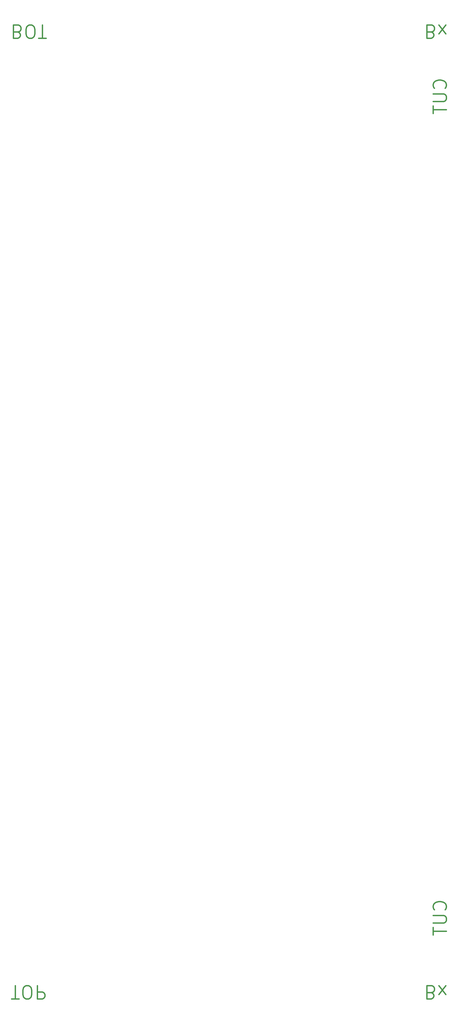
<source format=gbr>
%TF.GenerationSoftware,KiCad,Pcbnew,7.0.1-3b83917a11~172~ubuntu22.04.1*%
%TF.CreationDate,2023-12-10T13:38:52-05:00*%
%TF.ProjectId,coil_template_second,636f696c-5f74-4656-9d70-6c6174655f73,rev?*%
%TF.SameCoordinates,Original*%
%TF.FileFunction,Legend,Bot*%
%TF.FilePolarity,Positive*%
%FSLAX46Y46*%
G04 Gerber Fmt 4.6, Leading zero omitted, Abs format (unit mm)*
G04 Created by KiCad (PCBNEW 7.0.1-3b83917a11~172~ubuntu22.04.1) date 2023-12-10 13:38:52*
%MOMM*%
%LPD*%
G01*
G04 APERTURE LIST*
%ADD10C,2.000000*%
G04 APERTURE END LIST*
D10*
X711428571Y-31223809D02*
X714285714Y-30271428D01*
X714285714Y-30271428D02*
X715238095Y-29319047D01*
X715238095Y-29319047D02*
X716190476Y-27414285D01*
X716190476Y-27414285D02*
X716190476Y-24557142D01*
X716190476Y-24557142D02*
X715238095Y-22652380D01*
X715238095Y-22652380D02*
X714285714Y-21700000D01*
X714285714Y-21700000D02*
X712380952Y-20747619D01*
X712380952Y-20747619D02*
X704761904Y-20747619D01*
X704761904Y-20747619D02*
X704761904Y-40747619D01*
X704761904Y-40747619D02*
X711428571Y-40747619D01*
X711428571Y-40747619D02*
X713333333Y-39795238D01*
X713333333Y-39795238D02*
X714285714Y-38842857D01*
X714285714Y-38842857D02*
X715238095Y-36938095D01*
X715238095Y-36938095D02*
X715238095Y-35033333D01*
X715238095Y-35033333D02*
X714285714Y-33128571D01*
X714285714Y-33128571D02*
X713333333Y-32176190D01*
X713333333Y-32176190D02*
X711428571Y-31223809D01*
X711428571Y-31223809D02*
X704761904Y-31223809D01*
X722857142Y-20747619D02*
X733333333Y-34080952D01*
X722857142Y-34080952D02*
X733333333Y-20747619D01*
X76904761Y-1490747619D02*
X88333333Y-1490747619D01*
X82619047Y-1470747619D02*
X82619047Y-1490747619D01*
X98809523Y-1490747619D02*
X102619047Y-1490747619D01*
X102619047Y-1490747619D02*
X104523809Y-1489795238D01*
X104523809Y-1489795238D02*
X106428571Y-1487890476D01*
X106428571Y-1487890476D02*
X107380952Y-1484080952D01*
X107380952Y-1484080952D02*
X107380952Y-1477414285D01*
X107380952Y-1477414285D02*
X106428571Y-1473604761D01*
X106428571Y-1473604761D02*
X104523809Y-1471700000D01*
X104523809Y-1471700000D02*
X102619047Y-1470747619D01*
X102619047Y-1470747619D02*
X98809523Y-1470747619D01*
X98809523Y-1470747619D02*
X96904761Y-1471700000D01*
X96904761Y-1471700000D02*
X94999999Y-1473604761D01*
X94999999Y-1473604761D02*
X94047618Y-1477414285D01*
X94047618Y-1477414285D02*
X94047618Y-1484080952D01*
X94047618Y-1484080952D02*
X94999999Y-1487890476D01*
X94999999Y-1487890476D02*
X96904761Y-1489795238D01*
X96904761Y-1489795238D02*
X98809523Y-1490747619D01*
X115952380Y-1470747619D02*
X115952380Y-1490747619D01*
X115952380Y-1490747619D02*
X123571428Y-1490747619D01*
X123571428Y-1490747619D02*
X125476190Y-1489795238D01*
X125476190Y-1489795238D02*
X126428571Y-1488842857D01*
X126428571Y-1488842857D02*
X127380952Y-1486938095D01*
X127380952Y-1486938095D02*
X127380952Y-1484080952D01*
X127380952Y-1484080952D02*
X126428571Y-1482176190D01*
X126428571Y-1482176190D02*
X125476190Y-1481223809D01*
X125476190Y-1481223809D02*
X123571428Y-1480271428D01*
X123571428Y-1480271428D02*
X115952380Y-1480271428D01*
X732347619Y-116190476D02*
X733300000Y-115238095D01*
X733300000Y-115238095D02*
X734252380Y-112380952D01*
X734252380Y-112380952D02*
X734252380Y-110476190D01*
X734252380Y-110476190D02*
X733300000Y-107619047D01*
X733300000Y-107619047D02*
X731395238Y-105714285D01*
X731395238Y-105714285D02*
X729490476Y-104761904D01*
X729490476Y-104761904D02*
X725680952Y-103809523D01*
X725680952Y-103809523D02*
X722823809Y-103809523D01*
X722823809Y-103809523D02*
X719014285Y-104761904D01*
X719014285Y-104761904D02*
X717109523Y-105714285D01*
X717109523Y-105714285D02*
X715204761Y-107619047D01*
X715204761Y-107619047D02*
X714252380Y-110476190D01*
X714252380Y-110476190D02*
X714252380Y-112380952D01*
X714252380Y-112380952D02*
X715204761Y-115238095D01*
X715204761Y-115238095D02*
X716157142Y-116190476D01*
X714252380Y-124761904D02*
X730442857Y-124761904D01*
X730442857Y-124761904D02*
X732347619Y-125714285D01*
X732347619Y-125714285D02*
X733300000Y-126666666D01*
X733300000Y-126666666D02*
X734252380Y-128571428D01*
X734252380Y-128571428D02*
X734252380Y-132380952D01*
X734252380Y-132380952D02*
X733300000Y-134285714D01*
X733300000Y-134285714D02*
X732347619Y-135238095D01*
X732347619Y-135238095D02*
X730442857Y-136190476D01*
X730442857Y-136190476D02*
X714252380Y-136190476D01*
X714252380Y-142857142D02*
X714252380Y-154285714D01*
X734252380Y-148571428D02*
X714252380Y-148571428D01*
X86428571Y-31223809D02*
X89285714Y-30271428D01*
X89285714Y-30271428D02*
X90238095Y-29319047D01*
X90238095Y-29319047D02*
X91190476Y-27414285D01*
X91190476Y-27414285D02*
X91190476Y-24557142D01*
X91190476Y-24557142D02*
X90238095Y-22652380D01*
X90238095Y-22652380D02*
X89285714Y-21700000D01*
X89285714Y-21700000D02*
X87380952Y-20747619D01*
X87380952Y-20747619D02*
X79761904Y-20747619D01*
X79761904Y-20747619D02*
X79761904Y-40747619D01*
X79761904Y-40747619D02*
X86428571Y-40747619D01*
X86428571Y-40747619D02*
X88333333Y-39795238D01*
X88333333Y-39795238D02*
X89285714Y-38842857D01*
X89285714Y-38842857D02*
X90238095Y-36938095D01*
X90238095Y-36938095D02*
X90238095Y-35033333D01*
X90238095Y-35033333D02*
X89285714Y-33128571D01*
X89285714Y-33128571D02*
X88333333Y-32176190D01*
X88333333Y-32176190D02*
X86428571Y-31223809D01*
X86428571Y-31223809D02*
X79761904Y-31223809D01*
X103571428Y-40747619D02*
X107380952Y-40747619D01*
X107380952Y-40747619D02*
X109285714Y-39795238D01*
X109285714Y-39795238D02*
X111190476Y-37890476D01*
X111190476Y-37890476D02*
X112142857Y-34080952D01*
X112142857Y-34080952D02*
X112142857Y-27414285D01*
X112142857Y-27414285D02*
X111190476Y-23604761D01*
X111190476Y-23604761D02*
X109285714Y-21700000D01*
X109285714Y-21700000D02*
X107380952Y-20747619D01*
X107380952Y-20747619D02*
X103571428Y-20747619D01*
X103571428Y-20747619D02*
X101666666Y-21700000D01*
X101666666Y-21700000D02*
X99761904Y-23604761D01*
X99761904Y-23604761D02*
X98809523Y-27414285D01*
X98809523Y-27414285D02*
X98809523Y-34080952D01*
X98809523Y-34080952D02*
X99761904Y-37890476D01*
X99761904Y-37890476D02*
X101666666Y-39795238D01*
X101666666Y-39795238D02*
X103571428Y-40747619D01*
X117857142Y-40747619D02*
X129285714Y-40747619D01*
X123571428Y-20747619D02*
X123571428Y-40747619D01*
X711428571Y-1481223809D02*
X714285714Y-1480271428D01*
X714285714Y-1480271428D02*
X715238095Y-1479319047D01*
X715238095Y-1479319047D02*
X716190476Y-1477414285D01*
X716190476Y-1477414285D02*
X716190476Y-1474557142D01*
X716190476Y-1474557142D02*
X715238095Y-1472652380D01*
X715238095Y-1472652380D02*
X714285714Y-1471700000D01*
X714285714Y-1471700000D02*
X712380952Y-1470747619D01*
X712380952Y-1470747619D02*
X704761904Y-1470747619D01*
X704761904Y-1470747619D02*
X704761904Y-1490747619D01*
X704761904Y-1490747619D02*
X711428571Y-1490747619D01*
X711428571Y-1490747619D02*
X713333333Y-1489795238D01*
X713333333Y-1489795238D02*
X714285714Y-1488842857D01*
X714285714Y-1488842857D02*
X715238095Y-1486938095D01*
X715238095Y-1486938095D02*
X715238095Y-1485033333D01*
X715238095Y-1485033333D02*
X714285714Y-1483128571D01*
X714285714Y-1483128571D02*
X713333333Y-1482176190D01*
X713333333Y-1482176190D02*
X711428571Y-1481223809D01*
X711428571Y-1481223809D02*
X704761904Y-1481223809D01*
X722857142Y-1470747619D02*
X733333333Y-1484080952D01*
X722857142Y-1484080952D02*
X733333333Y-1470747619D01*
X732347619Y-1356190476D02*
X733300000Y-1355238095D01*
X733300000Y-1355238095D02*
X734252380Y-1352380952D01*
X734252380Y-1352380952D02*
X734252380Y-1350476190D01*
X734252380Y-1350476190D02*
X733300000Y-1347619047D01*
X733300000Y-1347619047D02*
X731395238Y-1345714285D01*
X731395238Y-1345714285D02*
X729490476Y-1344761904D01*
X729490476Y-1344761904D02*
X725680952Y-1343809523D01*
X725680952Y-1343809523D02*
X722823809Y-1343809523D01*
X722823809Y-1343809523D02*
X719014285Y-1344761904D01*
X719014285Y-1344761904D02*
X717109523Y-1345714285D01*
X717109523Y-1345714285D02*
X715204761Y-1347619047D01*
X715204761Y-1347619047D02*
X714252380Y-1350476190D01*
X714252380Y-1350476190D02*
X714252380Y-1352380952D01*
X714252380Y-1352380952D02*
X715204761Y-1355238095D01*
X715204761Y-1355238095D02*
X716157142Y-1356190476D01*
X714252380Y-1364761904D02*
X730442857Y-1364761904D01*
X730442857Y-1364761904D02*
X732347619Y-1365714285D01*
X732347619Y-1365714285D02*
X733300000Y-1366666666D01*
X733300000Y-1366666666D02*
X734252380Y-1368571428D01*
X734252380Y-1368571428D02*
X734252380Y-1372380952D01*
X734252380Y-1372380952D02*
X733300000Y-1374285714D01*
X733300000Y-1374285714D02*
X732347619Y-1375238095D01*
X732347619Y-1375238095D02*
X730442857Y-1376190476D01*
X730442857Y-1376190476D02*
X714252380Y-1376190476D01*
X714252380Y-1382857142D02*
X714252380Y-1394285714D01*
X734252380Y-1388571428D02*
X714252380Y-1388571428D01*
M02*

</source>
